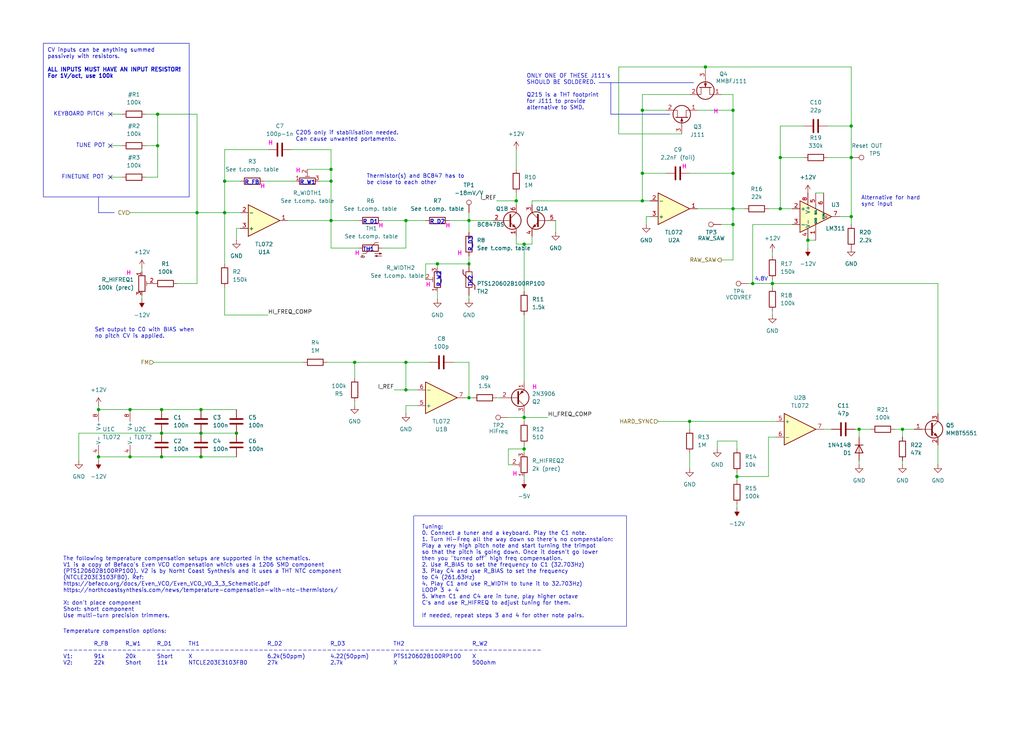
<source format=kicad_sch>
(kicad_sch (version 20250114) (generator "eeschema") (generator_version "9.0")
  (paper "User" 330 240)
  (lib_symbols
    (symbol "Amplifier_Operational:TL072" (pin_names (offset 0.127))
      (property "Reference" "U" (at 0 5.08 0))
      (property "Value" "TL072" (at 0 -5.08 0))
      (symbol "TL072_1_1"
        (pin input line (at -7.62 2.54 0) (length 2.54) (name "+") (number "3"))
        (pin input line (at -7.62 -2.54 0) (length 2.54) (name "-") (number "2"))
        (pin output line (at 7.62 0 180) (length 2.54) (name "~") (number "1"))
      )
      (symbol "TL072_2_1"
        (pin input line (at -7.62 2.54 0) (length 2.54) (name "+") (number "5"))
        (pin input line (at -7.62 -2.54 0) (length 2.54) (name "-") (number "6"))
        (pin output line (at 7.62 0 180) (length 2.54) (name "~") (number "7"))
      )
      (symbol "TL072_3_1"
        (pin power_in line (at -2.54 7.62 270) (length 3.81) (name "V+") (number "8"))
        (pin power_in line (at -2.54 -7.62 90) (length 3.81) (name "V-") (number "4"))
      )
    )
    (symbol "Comparator:LM311" (pin_names (offset 0.127))
      (property "Reference" "U" (at 3.81 6.35 0))
      (property "Value" "LM311" (at 3.81 3.81 0))
      (symbol "LM311_1_1"
        (pin input line (at -7.62 2.54 0) (length 2.54) (name "+") (number "2"))
        (pin input line (at -7.62 -2.54 0) (length 2.54) (name "-") (number "3"))
        (pin power_in line (at -2.54 7.62 270) (length 3.81) (name "V+") (number "8"))
        (pin power_in line (at -2.54 -7.62 90) (length 3.81) (name "V-") (number "4"))
        (pin input line (at 0 7.62 270) (length 5.08) (name "BAL") (number "5"))
        (pin passive line (at 0 -7.62 90) (length 5.08) (name "GND") (number "1"))
        (pin input line (at 2.54 7.62 270) (length 6.35) (name "STRB") (number "6"))
        (pin open_collector line (at 7.62 0 180) (length 2.54) (name "~") (number "7"))
      )
    )
    (symbol "Connector:TestPoint" (pin_numbers (hide yes)) (pin_names (offset 0.762) (hide yes))
      (property "Reference" "TP" (at 0 6.858 0))
      (property "Value" "TestPoint" (at 0 5.08 0))
      (symbol "TestPoint_1_1"
        (pin passive line (at 0 0 90) (length 2.54) (name "1") (number "1"))
      )
    )
    (symbol "Device:C" (pin_numbers (hide yes)) (pin_names (offset 0.254))
      (property "Reference" "C" (at 0.635 2.54 0))
      (property "Value" "C" (at 0.635 -2.54 0))
      (symbol "C_1_1"
        (pin passive line (at 0 3.81 270) (length 2.794) (name "~") (number "1"))
        (pin passive line (at 0 -3.81 90) (length 2.794) (name "~") (number "2"))
      )
    )
    (symbol "Device:D" (pin_numbers (hide yes)) (pin_names (offset 1.016) (hide yes))
      (property "Reference" "D" (at 0 2.54 0))
      (property "Value" "D" (at 0 -2.54 0))
      (symbol "D_1_1"
        (pin passive line (at -3.81 0 0) (length 2.54) (name "K") (number "1"))
        (pin passive line (at 3.81 0 180) (length 2.54) (name "A") (number "2"))
      )
    )
    (symbol "Device:R" (pin_numbers (hide yes)) (pin_names (offset 0))
      (property "Reference" "R" (at 2.032 0 90))
      (property "Value" "R" (at 0 0 90))
      (symbol "R_1_1"
        (pin passive line (at 0 3.81 270) (length 1.27) (name "~") (number "1"))
        (pin passive line (at 0 -3.81 90) (length 1.27) (name "~") (number "2"))
      )
    )
    (symbol "Device:R_Potentiometer_Trim" (pin_names (offset 1.016) (hide yes))
      (property "Reference" "RV" (at -4.445 0 90))
      (property "Value" "R_Potentiometer_Trim" (at -2.54 0 90))
      (symbol "R_Potentiometer_Trim_1_1"
        (pin passive line (at 0 3.81 270) (length 1.27) (name "1") (number "1"))
        (pin passive line (at 0 -3.81 90) (length 1.27) (name "3") (number "3"))
        (pin passive line (at 3.81 0 180) (length 1.27) (name "2") (number "2"))
      )
    )
    (symbol "Device:Thermistor" (pin_numbers (hide yes)) (pin_names (offset 0))
      (property "Reference" "TH" (at 2.54 1.27 90))
      (property "Value" "Thermistor" (at -2.54 0 90))
      (symbol "Thermistor_1_1"
        (pin passive line (at 0 5.08 270) (length 2.54) (name "~") (number "1"))
        (pin passive line (at 0 -5.08 90) (length 2.54) (name "~") (number "2"))
      )
    )
    (symbol "Device:Thermistor_NTC" (pin_numbers (hide yes)) (pin_names (offset 0))
      (property "Reference" "TH" (at -4.445 0 90))
      (property "Value" "Thermistor_NTC" (at 3.175 0 90))
      (symbol "Thermistor_NTC_1_1"
        (pin passive line (at 0 3.81 270) (length 1.27) (name "~") (number "1"))
        (pin passive line (at 0 -3.81 90) (length 1.27) (name "~") (number "2"))
      )
    )
    (symbol "Transistor_BJT:2N3906" (pin_names (offset 0) (hide yes))
      (property "Reference" "Q" (at 5.08 1.905 0))
      (property "Value" "2N3906" (at 5.08 0 0))
      (symbol "2N3906_1_1"
        (pin input line (at -5.08 0 0) (length 2.54) (name "B") (number "2"))
        (pin passive line (at 2.54 5.08 270) (length 2.54) (name "C") (number "3"))
        (pin passive line (at 2.54 -5.08 90) (length 2.54) (name "E") (number "1"))
      )
    )
    (symbol "Transistor_BJT:BC847BS" (pin_names (offset 0) (hide yes))
      (property "Reference" "Q" (at 5.08 1.27 0))
      (property "Value" "BC847BS" (at 5.08 -1.27 0))
      (symbol "BC847BS_1_1"
        (pin input line (at -5.08 0 0) (length 2.54) (name "B1") (number "2"))
        (pin passive line (at 2.54 5.08 270) (length 2.54) (name "C1") (number "6"))
        (pin passive line (at 2.54 -5.08 90) (length 2.54) (name "E1") (number "1"))
      )
      (symbol "BC847BS_2_1"
        (pin input line (at -5.08 0 0) (length 2.54) (name "B2") (number "5"))
        (pin passive line (at 2.54 5.08 270) (length 2.54) (name "C2") (number "3"))
        (pin passive line (at 2.54 -5.08 90) (length 2.54) (name "E2") (number "4"))
      )
    )
    (symbol "Transistor_BJT:MMBT5551L" (pin_names (offset 0) (hide yes))
      (property "Reference" "Q" (at 5.08 1.905 0))
      (property "Value" "MMBT5551L" (at 5.08 0 0))
      (symbol "MMBT5551L_1_1"
        (pin input line (at -5.08 0 0) (length 2.54) (name "B") (number "1"))
        (pin passive line (at 2.54 5.08 270) (length 2.54) (name "C") (number "3"))
        (pin passive line (at 2.54 -5.08 90) (length 2.54) (name "E") (number "2"))
      )
    )
    (symbol "Transistor_FET:MMBFJ111" (pin_names (hide yes))
      (property "Reference" "Q" (at 5.08 1.905 0))
      (property "Value" "MMBFJ111" (at 5.08 0 0))
      (symbol "MMBFJ111_1_1"
        (pin input line (at -5.08 0 0) (length 2.54) (name "G") (number "3"))
        (pin passive line (at 2.54 5.08 270) (length 2.54) (name "D") (number "1"))
        (pin passive line (at 2.54 -5.08 90) (length 2.54) (name "S") (number "2"))
      )
    )
    (symbol "power:+12V" (power) (pin_numbers (hide yes)) (pin_names (offset 0) (hide yes))
      (property "Value" "+12V" (at 0 3.556 0))
      (symbol "+12V_1_1"
        (pin power_in line (at 0 0 90) (length 0) (name "~") (number "1"))
      )
    )
    (symbol "power:-12V" (power) (pin_numbers (hide yes)) (pin_names (offset 0) (hide yes))
      (property "Value" "-12V" (at 0 3.556 0))
      (symbol "-12V_0_0"
        (pin power_in line (at 0 0 90) (length 0) (name "~") (number "1"))
      )
    )
    (symbol "power:-5V" (power) (pin_numbers (hide yes)) (pin_names (offset 0) (hide yes))
      (property "Value" "-5V" (at 0 3.556 0))
      (symbol "-5V_0_0"
        (pin power_in line (at 0 0 90) (length 0) (name "~") (number "1"))
      )
    )
    (symbol "power:GND" (power) (pin_numbers (hide yes)) (pin_names (offset 0) (hide yes))
      (property "Value" "GND" (at 0 -3.81 0))
      (symbol "GND_1_1"
        (pin power_in line (at 0 0 270) (length 0) (name "~") (number "1"))
      )
    )
  )
  (rectangle (start 133.35 166.37) (end 201.93 201.93) (fill (type color) (color 255 255 255 1)))
  (rectangle (start 13.97 13.97) (end 60.96 63.5))
  (text "ONLY ONE OF THESE J111's\nSHOULD BE SOLDERED.\n\nQ215 is a THT footprint\nfor J111 to provide \nalternative to SMD." (at 169.672 29.718 0) (effects (font (size 1.27 1.27)) (justify left)))
  (text "R_W2" (at 142.24 92.71 90) (effects (font (size 1.27 1.27) (thickness 0.254) (bold yes)) (justify left bottom)))
  (text "H" (at 219.71 54.61 0) (effects (font (size 1.27 1.27) (thickness 0.254) (bold yes)) (justify left bottom)))
  (text "TH2" (at 152.4 92.71 90) (effects (font (size 1.27 1.27) (thickness 0.254) (bold yes)) (justify left bottom)))
  (text "H" (at 147.32 82.55 0) (effects (font (size 1.27 1.27) (thickness 0.254) (bold yes)) (justify left bottom)))
  (text "Tuning:\n0. Connect a tuner and a keyboard. Play the C1 note. \n1. Turn Hi-Freq all the way down so there's no compenstaion:\nPlay a very high pitch note and start turning the trimpot\nso that the pitch is going down. Once it doesn't go lower\nthen you \"turned off\" high freq compensation.\n2. Use R_BIAS to set the frequency to C1 (32.703Hz)\n3. Play C4 and use R_BIAS to set the frequency \nto C4 (261.63Hz)\n4. Play C1 and use R_WIDTH to tune it to 32.703Hz)\nLOOP 3 + 4\n5. When C1 and C4 are in tune, play higher octave \nC's and use R_HIFREQ to adjust tuning for them.\n\nIf needed, repeat steps 3 and 4 for other note pairs." (at 135.89 199.39 0) (effects (font (size 1.27 1.27)) (justify left bottom)))
  (text "R_W1" (at 96.52 59.69 0) (effects (font (size 1.27 1.27) (thickness 0.254) (bold yes)) (justify left bottom)))
  (text "C205 only if stabilisation needed.\nCan cause unwanted portamento." (at 95.25 45.72 0) (effects (font (size 1.27 1.27)) (justify left bottom)))
  (text "Thermistor(s) and BC847 has to \nbe close to each other" (at 118.11 59.69 0) (effects (font (size 1.27 1.27)) (justify left bottom)))
  (text "ALL INPUTS MUST HAVE AN INPUT RESISTOR!\nFor 1V/oct, use 100k" (at 15.24 25.4 0) (effects (font (size 1.27 1.27) (thickness 0.254) (bold yes)) (justify left bottom)))
  (text "H" (at 121.92 73.66 0) (effects (font (size 1.27 1.27) (thickness 0.254) (bold yes)) (justify left bottom)))
  (text "Alternative for hard \nsync input" (at 277.495 66.675 0) (effects (font (size 1.27 1.27)) (justify left bottom)))
  (text "Temperature compenstion options:\n\n		R_FB	R_W1	R_D1	TH1					R_D2			R_D3			TH2					R_W2\n--------------------------------------------------------------------------------------------------\nV1: 	91k		20k		Short	X					6.2k(50ppm)		4.22(50ppm)		PTS120602B100RP100	X\nV2: 	22k		Short	11k		NTCLE203E3103FB0	27k				2.7k			X					500ohm\n" (at 20.32 214.63 0) (effects (font (size 1.27 1.27)) (justify left bottom)))
  (text "CV inputs can be anything summed \npassively with resistors.\n" (at 15.24 19.05 0) (effects (font (size 1.27 1.27) (thickness 0.1588)) (justify left bottom)))
  (text "KEYBOARD PITCH" (at 25.4 36.83 0) (effects (font (size 1.27 1.27))))
  (text "H" (at 143.51 73.66 0) (effects (font (size 1.27 1.27) (thickness 0.254) (bold yes)) (justify left bottom)))
  (text "H" (at 165.1 153.67 0) (effects (font (size 1.27 1.27) (thickness 0.254) (bold yes)) (justify left bottom)))
  (text "TUNE POT" (at 29.21 46.99 0) (effects (font (size 1.27 1.27))))
  (text "The following temperature compensation setups are supported in the schematics.\nV1 is a copy of Befaco's Even VCO compensation which uses a 1206 SMD component \n(PTS120602B100RP100). V2 is by Norht Coast Synthesis and it uses a THT NTC component \n(NTCLE203E3103FB0). Ref:\nhttps://befaco.org/docs/Even_VCO/Even_VCO_V0_3_3_Schematic.pdf\nhttps://northcoastsynthesis.com/news/temperature-compensation-with-ntc-thermistors/\n\nX: don't place component\nShort: short component\nUse multi-turn precision trimmers." (at 20.32 199.39 0) (effects (font (size 1.27 1.27)) (justify left bottom)))
  (text "TH1" (at 116.84 81.28 0) (effects (font (size 1.27 1.27) (thickness 0.254) (bold yes)) (justify left bottom)))
  (text "R_FB" (at 78.74 59.69 0) (effects (font (size 1.27 1.27) (thickness 0.254) (bold yes)) (justify left bottom)))
  (text "H" (at 95.25 55.88 0) (effects (font (size 1.27 1.27) (thickness 0.254) (bold yes)) (justify left bottom)))
  (text "H" (at 229.87 36.83 0) (effects (font (size 1.27 1.27) (thickness 0.254) (bold yes)) (justify left bottom)))
  (text "FINETUNE POT" (at 26.67 57.15 0) (effects (font (size 1.27 1.27))))
  (text "H" (at 40.64 88.9 0) (effects (font (size 1.27 1.27) (thickness 0.254) (bold yes)) (justify left bottom)))
  (text "R_D3" (at 152.4 81.28 90) (effects (font (size 1.27 1.27) (thickness 0.254) (bold yes)) (justify left bottom)))
  (text "R_D1" (at 116.84 72.39 0) (effects (font (size 1.27 1.27) (thickness 0.254) (bold yes)) (justify left bottom)))
  (text "Set output to C0 with BIAS when\nno pitch CV is applied." (at 30.48 109.22 0) (effects (font (size 1.27 1.27)) (justify left bottom)))
  (text "H" (at 114.3 82.55 0) (effects (font (size 1.27 1.27) (thickness 0.254) (bold yes)) (justify left bottom)))
  (text "R_D2" (at 138.43 72.39 0) (effects (font (size 1.27 1.27) (thickness 0.254) (bold yes)) (justify left bottom)))
  (text "H" (at 86.36 46.99 0) (effects (font (size 1.27 1.27) (thickness 0.254) (bold yes)) (justify left bottom)))
  (text "H" (at 83.82 60.96 0) (effects (font (size 1.27 1.27) (thickness 0.254) (bold yes)) (justify left bottom)))
  (text "H" (at 171.45 125.73 0) (effects (font (size 1.27 1.27) (thickness 0.254) (bold yes)) (justify left bottom)))
  (text "H" (at 137.16 92.71 0) (effects (font (size 1.27 1.27) (thickness 0.254) (bold yes)) (justify left bottom)))
  (text "4.8V" (at 243.205 90.805 0) (effects (font (size 1.27 1.27)) (justify left bottom)))
  (junction (at 76.2 139.7))
  (junction (at 168.91 134.62))
  (junction (at 41.91 147.32))
  (junction (at 52.07 132.08))
  (junction (at 130.81 125.73))
  (junction (at 151.13 85.09))
  (junction (at 236.22 55.88))
  (junction (at 52.07 139.7))
  (junction (at 168.91 144.78))
  (junction (at 31.75 132.08))
  (junction (at 166.37 64.77))
  (junction (at 276.86 138.43))
  (junction (at 236.22 67.31))
  (junction (at 64.77 147.32))
  (junction (at 31.75 147.32))
  (junction (at 248.92 91.44))
  (junction (at 237.49 153.67))
  (junction (at 63.5 68.58))
  (junction (at 106.68 58.42))
  (junction (at 274.32 40.64))
  (junction (at 168.91 78.74))
  (junction (at 227.33 21.59))
  (junction (at 242.57 91.44))
  (junction (at 236.22 35.56))
  (junction (at 106.68 54.61))
  (junction (at 64.77 132.08))
  (junction (at 222.25 135.89))
  (junction (at 151.13 71.12))
  (junction (at 290.83 138.43))
  (junction (at 207.01 55.88))
  (junction (at 207.01 35.56))
  (junction (at 130.81 71.12))
  (junction (at 130.81 116.84))
  (junction (at 274.32 69.85))
  (junction (at 72.39 58.42))
  (junction (at 50.8 36.83))
  (junction (at 50.8 46.99))
  (junction (at 236.22 72.39))
  (junction (at 64.77 139.7))
  (junction (at 72.39 68.58))
  (junction (at 106.68 71.12))
  (junction (at 52.07 147.32))
  (junction (at 140.97 85.09))
  (junction (at 274.32 50.8))
  (junction (at 207.01 64.77))
  (junction (at 251.46 67.31))
  (junction (at 151.13 128.27))
  (junction (at 260.35 77.47))
  (junction (at 41.91 132.08))
  (junction (at 251.46 50.8))
  (junction (at 114.3 116.84))
  (no_connect (at 35.56 36.83))
  (no_connect (at 35.56 46.99))
  (no_connect (at 35.56 57.15))
  (wire (pts (xy 212.09 135.89) (xy 222.25 135.89)))
  (wire (pts (xy 237.49 153.67) (xy 247.65 153.67)))
  (wire (pts (xy 248.92 81.28) (xy 248.92 82.55)))
  (wire (pts (xy 72.39 68.58) (xy 72.39 85.09)))
  (wire (pts (xy 290.83 138.43) (xy 290.83 140.97)))
  (wire (pts (xy 207.01 55.88) (xy 207.01 64.77)))
  (wire (pts (xy 50.8 57.15) (xy 46.99 57.15)))
  (wire (pts (xy 64.77 139.7) (xy 76.2 139.7)))
  (wire (pts (xy 138.43 116.84) (xy 130.81 116.84)))
  (wire (pts (xy 45.72 95.25) (xy 45.72 96.52)))
  (wire (pts (xy 171.45 66.04) (xy 171.45 64.77)))
  (wire (pts (xy 251.46 50.8) (xy 251.46 67.31)))
  (wire (pts (xy 151.13 116.84) (xy 151.13 128.27)))
  (wire (pts (xy 274.32 50.8) (xy 274.32 69.85)))
  (wire (pts (xy 236.22 72.39) (xy 236.22 83.82)))
  (wire (pts (xy 208.28 69.85) (xy 208.28 72.39)))
  (wire (pts (xy 231.14 142.24) (xy 237.49 142.24)))
  (wire (pts (xy 236.22 83.82) (xy 232.41 83.82)))
  (wire (pts (xy 72.39 101.6) (xy 72.39 92.71)))
  (wire (pts (xy 106.68 54.61) (xy 106.68 58.42)))
  (wire (pts (xy 165.1 149.86) (xy 163.83 149.86)))
  (wire (pts (xy 290.83 148.59) (xy 290.83 149.86)))
  (wire (pts (xy 63.5 68.58) (xy 63.5 91.44)))
  (wire (pts (xy 160.02 128.27) (xy 161.29 128.27)))
  (wire (pts (xy 106.68 48.26) (xy 106.68 54.61)))
  (wire (pts (xy 137.16 90.17) (xy 137.16 85.09)))
  (wire (pts (xy 106.68 80.01) (xy 106.68 71.12)))
  (wire (pts (xy 99.06 54.61) (xy 106.68 54.61)))
  (wire (pts (xy 31.75 147.32) (xy 31.75 148.59)))
  (wire (pts (xy 166.37 64.77) (xy 166.37 66.04)))
  (wire (pts (xy 130.81 130.81) (xy 130.81 133.35)))
  (wire (pts (xy 41.91 68.58) (xy 63.5 68.58)))
  (wire (pts (xy 50.8 46.99) (xy 50.8 57.15)))
  (wire (pts (xy 276.86 138.43) (xy 276.86 140.97)))
  (wire (pts (xy 163.83 144.78) (xy 168.91 144.78)))
  (wire (pts (xy 247.65 67.31) (xy 251.46 67.31)))
  (wire (pts (xy 92.71 71.12) (xy 106.68 71.12)))
  (wire (pts (xy 222.25 146.05) (xy 222.25 151.13)))
  (wire (pts (xy 209.55 69.85) (xy 208.28 69.85)))
  (wire (pts (xy 237.49 163.83) (xy 237.49 162.56)))
  (wire (pts (xy 151.13 68.58) (xy 151.13 71.12)))
  (wire (pts (xy 151.13 128.27) (xy 152.4 128.27)))
  (wire (pts (xy 266.7 40.64) (xy 274.32 40.64)))
  (wire (pts (xy 151.13 82.55) (xy 151.13 85.09)))
  (wire (pts (xy 236.22 30.48) (xy 236.22 35.56)))
  (wire (pts (xy 168.91 101.6) (xy 168.91 123.19)))
  (wire (pts (xy 63.5 36.83) (xy 63.5 68.58)))
  (wire (pts (xy 166.37 62.23) (xy 166.37 64.77)))
  (wire (pts (xy 151.13 71.12) (xy 158.75 71.12)))
  (wire (pts (xy 168.91 143.51) (xy 168.91 144.78)))
  (wire (pts (xy 72.39 48.26) (xy 72.39 58.42)))
  (wire (pts (xy 248.92 100.33) (xy 248.92 101.6)))
  (wire (pts (xy 72.39 68.58) (xy 77.47 68.58)))
  (wire (pts (xy 232.41 30.48) (xy 236.22 30.48)))
  (wire (pts (xy 76.2 73.66) (xy 76.2 77.47)))
  (wire (pts (xy 236.22 67.31) (xy 240.03 67.31)))
  (wire (pts (xy 114.3 130.81) (xy 114.3 129.54)))
  (wire (pts (xy 168.91 144.78) (xy 168.91 146.05)))
  (wire (pts (xy 85.09 58.42) (xy 95.25 58.42)))
  (wire (pts (xy 151.13 71.12) (xy 151.13 74.93)))
  (wire (pts (xy 207.01 35.56) (xy 214.63 35.56)))
  (wire (pts (xy 115.57 80.01) (xy 106.68 80.01)))
  (wire (pts (xy 166.37 78.74) (xy 168.91 78.74)))
  (wire (pts (xy 130.81 116.84) (xy 130.81 125.73)))
  (wire (pts (xy 130.81 71.12) (xy 137.16 71.12)))
  (wire (pts (xy 166.37 48.26) (xy 166.37 54.61)))
  (wire (pts (xy 45.72 86.36) (xy 45.72 87.63)))
  (wire (pts (xy 163.83 134.62) (xy 168.91 134.62)))
  (wire (pts (xy 242.57 72.39) (xy 242.57 91.44)))
  (wire (pts (xy 236.22 67.31) (xy 224.79 67.31)))
  (wire (pts (xy 302.26 143.51) (xy 302.26 149.86)))
  (wire (pts (xy 72.39 58.42) (xy 72.39 68.58)))
  (wire (pts (xy 168.91 153.67) (xy 168.91 154.94)))
  (wire (pts (xy 123.19 80.01) (xy 130.81 80.01)))
  (wire (pts (xy 25.4 148.59) (xy 25.4 139.7)))
  (wire (pts (xy 207.01 35.56) (xy 207.01 55.88)))
  (wire (pts (xy 302.26 91.44) (xy 302.26 133.35)))
  (wire (pts (xy 232.41 72.39) (xy 236.22 72.39)))
  (wire (pts (xy 106.68 71.12) (xy 115.57 71.12)))
  (wire (pts (xy 237.49 153.67) (xy 237.49 154.94)))
  (wire (pts (xy 219.71 43.18) (xy 199.39 43.18)))
  (wire (pts (xy 242.57 72.39) (xy 255.27 72.39)))
  (wire (pts (xy 260.35 77.47) (xy 262.89 77.47)))
  (wire (pts (xy 251.46 40.64) (xy 251.46 50.8)))
  (wire (pts (xy 123.19 71.12) (xy 130.81 71.12)))
  (wire (pts (xy 151.13 95.25) (xy 151.13 96.52)))
  (wire (pts (xy 105.41 116.84) (xy 114.3 116.84)))
  (wire (pts (xy 86.36 48.26) (xy 72.39 48.26)))
  (wire (pts (xy 130.81 125.73) (xy 134.62 125.73)))
  (wire (pts (xy 140.97 85.09) (xy 151.13 85.09)))
  (wire (pts (xy 227.33 21.59) (xy 274.32 21.59)))
  (wire (pts (xy 274.32 40.64) (xy 274.32 50.8)))
  (wire (pts (xy 267.97 138.43) (xy 265.43 138.43)))
  (wire (pts (xy 127 125.73) (xy 130.81 125.73)))
  (wire (pts (xy 63.5 68.58) (xy 72.39 68.58)))
  (wire (pts (xy 114.3 116.84) (xy 130.81 116.84)))
  (wire (pts (xy 130.81 80.01) (xy 130.81 71.12)))
  (wire (pts (xy 222.25 55.88) (xy 236.22 55.88)))
  (wire (pts (xy 50.8 36.83) (xy 50.8 46.99)))
  (wire (pts (xy 168.91 134.62) (xy 176.53 134.62)))
  (wire (pts (xy 64.77 147.32) (xy 76.2 147.32)))
  (wire (pts (xy 224.79 35.56) (xy 236.22 35.56)))
  (polyline (pts (xy 196.85 26.67) (xy 196.85 36.83)))
  (wire (pts (xy 168.91 78.74) (xy 171.45 78.74)))
  (wire (pts (xy 168.91 133.35) (xy 168.91 134.62)))
  (wire (pts (xy 163.83 149.86) (xy 163.83 144.78)))
  (wire (pts (xy 57.15 91.44) (xy 63.5 91.44)))
  (wire (pts (xy 248.92 91.44) (xy 302.26 91.44)))
  (wire (pts (xy 52.07 139.7) (xy 64.77 139.7)))
  (wire (pts (xy 236.22 35.56) (xy 236.22 55.88)))
  (wire (pts (xy 275.59 138.43) (xy 276.86 138.43)))
  (wire (pts (xy 25.4 139.7) (xy 52.07 139.7)))
  (wire (pts (xy 199.39 21.59) (xy 227.33 21.59)))
  (wire (pts (xy 171.45 76.2) (xy 171.45 78.74)))
  (wire (pts (xy 50.8 36.83) (xy 63.5 36.83)))
  (wire (pts (xy 242.57 91.44) (xy 248.92 91.44)))
  (wire (pts (xy 35.56 57.15) (xy 39.37 57.15)))
  (wire (pts (xy 247.65 140.97) (xy 250.19 140.97)))
  (wire (pts (xy 236.22 55.88) (xy 236.22 67.31)))
  (wire (pts (xy 140.97 93.98) (xy 140.97 96.52)))
  (wire (pts (xy 41.91 147.32) (xy 52.07 147.32)))
  (wire (pts (xy 207.01 64.77) (xy 209.55 64.77)))
  (wire (pts (xy 241.3 91.44) (xy 242.57 91.44)))
  (wire (pts (xy 77.47 58.42) (xy 72.39 58.42)))
  (wire (pts (xy 64.77 132.08) (xy 76.2 132.08)))
  (wire (pts (xy 46.99 36.83) (xy 50.8 36.83)))
  (wire (pts (xy 31.75 147.32) (xy 41.91 147.32)))
  (wire (pts (xy 259.08 40.64) (xy 251.46 40.64)))
  (wire (pts (xy 276.86 149.86) (xy 276.86 148.59)))
  (wire (pts (xy 140.97 85.09) (xy 140.97 86.36)))
  (wire (pts (xy 259.08 50.8) (xy 251.46 50.8)))
  (wire (pts (xy 237.49 152.4) (xy 237.49 153.67)))
  (wire (pts (xy 288.29 138.43) (xy 290.83 138.43)))
  (wire (pts (xy 171.45 64.77) (xy 207.01 64.77)))
  (wire (pts (xy 274.32 69.85) (xy 270.51 69.85)))
  (wire (pts (xy 231.14 144.78) (xy 231.14 142.24)))
  (wire (pts (xy 236.22 67.31) (xy 236.22 72.39)))
  (wire (pts (xy 248.92 92.71) (xy 248.92 91.44)))
  (wire (pts (xy 207.01 30.48) (xy 207.01 35.56)))
  (wire (pts (xy 46.99 46.99) (xy 50.8 46.99)))
  (polyline (pts (xy 193.04 26.67) (xy 223.52 26.67)))
  (wire (pts (xy 106.68 58.42) (xy 102.87 58.42)))
  (wire (pts (xy 222.25 135.89) (xy 250.19 135.89)))
  (wire (pts (xy 290.83 138.43) (xy 294.64 138.43)))
  (wire (pts (xy 146.05 116.84) (xy 151.13 116.84)))
  (wire (pts (xy 166.37 76.2) (xy 166.37 78.74)))
  (wire (pts (xy 179.07 71.12) (xy 179.07 74.93)))
  (wire (pts (xy 106.68 71.12) (xy 106.68 58.42)))
  (wire (pts (xy 35.56 36.83) (xy 39.37 36.83)))
  (wire (pts (xy 31.75 132.08) (xy 41.91 132.08)))
  (wire (pts (xy 35.56 46.99) (xy 39.37 46.99)))
  (wire (pts (xy 41.91 132.08) (xy 52.07 132.08)))
  (polyline (pts (xy 31.75 63.5) (xy 31.75 68.58)))
  (wire (pts (xy 134.62 130.81) (xy 130.81 130.81)))
  (wire (pts (xy 222.25 135.89) (xy 222.25 138.43)))
  (wire (pts (xy 237.49 142.24) (xy 237.49 144.78)))
  (wire (pts (xy 199.39 43.18) (xy 199.39 21.59)))
  (wire (pts (xy 77.47 73.66) (xy 76.2 73.66)))
  (wire (pts (xy 260.35 80.01) (xy 260.35 77.47)))
  (wire (pts (xy 149.86 128.27) (xy 151.13 128.27)))
  (wire (pts (xy 248.92 90.17) (xy 248.92 91.44)))
  (wire (pts (xy 251.46 67.31) (xy 255.27 67.31)))
  (wire (pts (xy 266.7 50.8) (xy 274.32 50.8)))
  (wire (pts (xy 137.16 85.09) (xy 140.97 85.09)))
  (wire (pts (xy 114.3 116.84) (xy 114.3 121.92)))
  (wire (pts (xy 168.91 78.74) (xy 168.91 93.98)))
  (wire (pts (xy 31.75 130.81) (xy 31.75 132.08)))
  (wire (pts (xy 144.78 71.12) (xy 151.13 71.12)))
  (wire (pts (xy 247.65 153.67) (xy 247.65 140.97)))
  (wire (pts (xy 86.36 101.6) (xy 72.39 101.6)))
  (wire (pts (xy 227.33 21.59) (xy 227.33 22.86)))
  (polyline (pts (xy 36.83 68.58) (xy 31.75 68.58)))
  (wire (pts (xy 214.63 55.88) (xy 207.01 55.88)))
  (wire (pts (xy 168.91 134.62) (xy 168.91 135.89)))
  (wire (pts (xy 262.89 62.23) (xy 265.43 62.23)))
  (wire (pts (xy 52.07 147.32) (xy 64.77 147.32)))
  (wire (pts (xy 276.86 138.43) (xy 280.67 138.43)))
  (wire (pts (xy 207.01 30.48) (xy 222.25 30.48)))
  (wire (pts (xy 49.53 116.84) (xy 97.79 116.84)))
  (wire (pts (xy 160.02 64.77) (xy 166.37 64.77)))
  (wire (pts (xy 52.07 132.08) (xy 64.77 132.08)))
  (wire (pts (xy 93.98 48.26) (xy 106.68 48.26)))
  (wire (pts (xy 274.32 69.85) (xy 274.32 72.39)))
  (polyline (pts (xy 196.85 36.83) (xy 215.9 36.83)))
  (wire (pts (xy 274.32 40.64) (xy 274.32 21.59)))
  (label "I_REF" (at 160.02 64.77 180))
  (label "HI_FREQ_COMP" (at 86.36 101.6 0))
  (label "HI_FREQ_COMP" (at 176.53 134.62 0))
  (label "I_REF" (at 127 125.73 180))
  (hierarchical_label "RAW_SAW" (shape output) (at 232.41 83.82 180))
  (hierarchical_label "HARD_SYNC" (shape input) (at 212.09 135.89 180))
  (hierarchical_label "FM" (shape input) (at 49.53 116.84 180))
  (hierarchical_label "CV" (shape input) (at 41.91 68.58 180))
  (symbol (lib_id "Device:C") (at 52.07 135.89 0) (unit 1)
    (property "Reference" "C1" (at 55.88 134.62 0) (effects (justify left)))
    (property "Value" "100n" (at 55.88 137.16 0) (effects (justify left)))
    (property "Footprint" "Capacitor_SMD:C_0603_1608Metric" (effects (hide yes)))
    (property "LCSC" "C14663" (effects (hide yes)))
  )
  (symbol (lib_id "power:+12V") (at 45.72 86.36 0) (unit 1)
    (property "Reference" "#PWR04" (effects (hide yes)))
    (property "Value" "+12V" (at 45.72 81.28 0))
    (property "Description" "Power symbol creates a global label with name \"+12V\"" (effects (hide yes)))
  )
  (symbol (lib_id "Transistor_BJT:MMBT5551L") (at 299.72 138.43 0) (unit 1)
    (property "Reference" "Q5" (at 304.8 137.1599 0) (effects (justify left)))
    (property "Value" "MMBT5551" (at 304.8 139.6999 0) (effects (justify left)))
    (property "Footprint" "Package_TO_SOT_SMD:SOT-23" (effects (hide yes)))
    (property "Datasheet" "www.onsemi.com/pub/Collateral/MMBT5550LT1-D.PDF" (effects (hide yes)))
    (property "Description" "0.6A Ic, 160V Vce, NPN Transistor, SOT-23" (effects (hide yes)))
    (property "LCSC" "C2145" (effects (hide yes)))
  )
  (symbol (lib_id "Device:R") (at 140.97 71.12 90) (unit 1) (in_bom no)
    (property "Reference" "R7" (at 140.97 64.77 90))
    (property "Value" "See t.comp. table" (at 140.97 67.31 90))
    (property "Footprint" "Shmoergh_Custom_Footprints:R_Axial_DIN0207_L6.3mm_D2.5mm_P7.62mm_Horizontal" (effects (hide yes)))
    (property "Hestore" "https://www.hestore.hu/prod_10020536.html" (effects (hide yes)))
  )
  (symbol (lib_id "Device:C") (at 52.07 143.51 0) (unit 1)
    (property "Reference" "C2" (at 55.88 142.24 0) (effects (justify left)))
    (property "Value" "100n" (at 55.88 144.78 0) (effects (justify left)))
    (property "Footprint" "Capacitor_SMD:C_0603_1608Metric" (effects (hide yes)))
    (property "LCSC" "C14663" (effects (hide yes)))
  )
  (symbol (lib_id "Connector:TestPoint") (at 274.32 50.8 270) (unit 1) (in_bom no)
    (property "Reference" "TP5" (at 281.94 49.53 90))
    (property "Value" "Reset OUT" (at 279.4 46.99 90))
    (property "Footprint" "TestPoint:TestPoint_THTPad_2.0x2.0mm_Drill1.0mm" (effects (hide yes)))
  )
  (symbol (lib_id "power:GND") (at 25.4 148.59 0) (unit 1)
    (property "Reference" "#PWR01" (effects (hide yes)))
    (property "Value" "GND" (at 25.4 153.67 0))
    (property "Description" "Power symbol creates a global label with name \"GND\" , ground" (effects (hide yes)))
  )
  (symbol (lib_id "Device:C") (at 271.78 138.43 90) (unit 1)
    (property "Reference" "C11" (at 271.78 130.81 90))
    (property "Value" "47p" (at 271.78 133.35 90))
    (property "Footprint" "Capacitor_SMD:C_0603_1608Metric" (effects (hide yes)))
    (property "LCSC" "C1671" (effects (hide yes)))
  )
  (symbol (lib_id "Device:C") (at 64.77 135.89 0) (unit 1)
    (property "Reference" "C3" (at 68.58 134.62 0) (effects (justify left)))
    (property "Value" "100n" (at 68.58 137.16 0) (effects (justify left)))
    (property "Footprint" "Capacitor_SMD:C_0603_1608Metric" (effects (hide yes)))
    (property "LCSC" "C14663" (effects (hide yes)))
  )
  (symbol (lib_id "Transistor_BJT:BC847BS") (at 173.99 71.12 0) (mirror y) (unit 2)
    (property "Reference" "Q1" (at 163.83 67.31 0) (effects (justify left)))
    (property "Value" "BC847BS" (at 162.56 72.39 0) (effects (justify left)))
    (property "Footprint" "Package_TO_SOT_SMD:SOT-363_SC-70-6" (effects (hide yes)))
    (property "Datasheet" "https://assets.nexperia.com/documents/data-sheet/BC847BS.pdf" (effects (hide yes)))
    (property "Description" "100mA IC, 45V Vce, Dual NPN/NPN Transistors, SOT-363" (effects (hide yes)))
  )
  (symbol (lib_id "power:GND") (at 151.13 96.52 0) (unit 1)
    (property "Reference" "#PWR010" (effects (hide yes)))
    (property "Value" "GND" (at 151.13 101.6 0))
    (property "Description" "Power symbol creates a global label with name \"GND\" , ground" (effects (hide yes)))
  )
  (symbol (lib_id "Device:R") (at 248.92 86.36 180) (unit 1)
    (property "Reference" "R17" (at 251.46 85.09 0) (effects (justify right)))
    (property "Value" "150k" (at 251.46 87.63 0) (effects (justify right)))
    (property "Footprint" "Resistor_SMD:R_0603_1608Metric" (effects (hide yes)))
    (property "LCSC" "C22807" (effects (hide yes)))
  )
  (symbol (lib_id "power:GND") (at 179.07 74.93 0) (unit 1)
    (property "Reference" "#PWR013" (effects (hide yes)))
    (property "Value" "GND" (at 179.07 80.01 0))
    (property "Description" "Power symbol creates a global label with name \"GND\" , ground" (effects (hide yes)))
  )
  (symbol (lib_id "Device:R") (at 243.84 67.31 90) (unit 1)
    (property "Reference" "R16" (at 243.84 60.96 90))
    (property "Value" "22k" (at 243.84 63.5 90))
    (property "Footprint" "Resistor_SMD:R_0603_1608Metric" (effects (hide yes)))
    (property "LCSC" "C31850" (effects (hide yes)))
  )
  (symbol (lib_id "Device:R_Potentiometer_Trim") (at 168.91 149.86 180) (unit 1) (in_bom no)
    (property "Reference" "R_HIFREQ2" (at 171.45 148.59 0) (effects (justify right)))
    (property "Value" "2k (prec)" (at 171.45 151.13 0) (effects (justify right)))
    (property "Footprint" "Potentiometer_THT:Potentiometer_Bourns_3006P_Horizontal" (effects (hide yes)))
    (property "Arwill" "https://arwill.hu/termekek/passziv-alkatreszek/trimmer-potmeterek/7401/2-2k-helitrimmer-potmeter-198436/" (effects (hide yes)))
  )
  (symbol (lib_id "Device:R") (at 114.3 125.73 180) (unit 1)
    (property "Reference" "R5" (at 109.22 127 0))
    (property "Value" "100k" (at 109.22 124.46 0))
    (property "Footprint" "Resistor_SMD:R_0603_1608Metric" (effects (hide yes)))
    (property "LCSC" "C25803" (effects (hide yes)))
  )
  (symbol (lib_id "Device:R_Potentiometer_Trim") (at 99.06 58.42 90) (unit 1) (in_bom no)
    (property "Reference" "R_WIDTH1" (at 99.06 62.23 90))
    (property "Value" "See t.comp. table" (at 99.06 64.77 90))
    (property "Footprint" "Potentiometer_THT:Potentiometer_Bourns_3006P_Horizontal" (effects (hide yes)))
    (property "Arwill" "https://arwill.hu/termekek/passziv-alkatreszek/trimmer-potmeterek/7401/20k-helitrimmer-potmeter-850118/" (effects (hide yes)))
  )
  (symbol (lib_id "Device:R_Potentiometer_Trim") (at 45.72 91.44 0) (unit 1) (in_bom no)
    (property "Reference" "R_HIFREQ1" (at 43.18 90.17 0) (effects (justify right)))
    (property "Value" "100k (prec)" (at 43.18 92.71 0) (effects (justify right)))
    (property "Footprint" "Potentiometer_THT:Potentiometer_Bourns_3006P_Horizontal" (effects (hide yes)))
    (property "Arwill" "https://arwill.hu/termekek/passziv-alkatreszek/trimmer-potmeterek/7401/2-2k-helitrimmer-potmeter-198436/" (effects (hide yes)))
  )
  (symbol (lib_id "Device:R") (at 151.13 78.74 0) (unit 1) (in_bom no)
    (property "Reference" "R8" (at 153.67 77.47 0) (effects (justify left)))
    (property "Value" "See t.comp. table" (at 153.67 80.01 0) (effects (justify left)))
    (property "Footprint" "Shmoergh_Custom_Footprints:R_Axial_DIN0207_L6.3mm_D2.5mm_P7.62mm_Horizontal" (effects (hide yes)))
    (property "Hestore" "https://www.hestore.hu/prod_10034264.html" (effects (hide yes)))
    (property "Mouser" "https://hu.mouser.com/ProductDetail/YAGEO/MFR50SFTE52-4R22?qs=UFD7vfw3J8rJKelB1vtMtA%3D%3D" (effects (hide yes)))
  )
  (symbol (lib_id "Amplifier_Operational:TL072") (at 44.45 139.7 0) (unit 3)
    (property "Reference" "U2" (at 43.18 138.43 0) (effects (justify left)))
    (property "Value" "TL072" (at 43.18 140.97 0) (effects (justify left)))
    (property "Footprint" "Package_SO:SOIC-8_3.9x4.9mm_P1.27mm" (effects (hide yes)))
    (property "Datasheet" "http://www.ti.com/lit/ds/symlink/tl071.pdf" (effects (hide yes)))
    (property "LCSC" "C6961" (effects (hide yes)))
  )
  (symbol (lib_id "Device:R") (at 237.49 148.59 0) (unit 1)
    (property "Reference" "R14" (at 240.03 147.32 0) (effects (justify left)))
    (property "Value" "10k" (at 240.03 149.86 0) (effects (justify left)))
    (property "Footprint" "Resistor_SMD:R_0603_1608Metric" (effects (hide yes)))
    (property "LCSC" "C25804" (effects (hide yes)))
  )
  (symbol (lib_id "Device:R") (at 168.91 139.7 0) (unit 1)
    (property "Reference" "R12" (at 171.45 138.43 0) (effects (justify left)))
    (property "Value" "510" (at 171.45 140.97 0) (effects (justify left)))
    (property "Footprint" "Resistor_SMD:R_0603_1608Metric" (effects (hide yes)))
    (property "LCSC" "C23193" (effects (hide yes)))
  )
  (symbol (lib_id "power:-12V") (at 31.75 148.59 180) (unit 1)
    (property "Reference" "#PWR03" (effects (hide yes)))
    (property "Value" "-12V" (at 31.75 153.67 0))
    (property "Description" "Power symbol creates a global label with name \"-12V\"" (effects (hide yes)))
  )
  (symbol (lib_id "Device:R") (at 81.28 58.42 90) (unit 1) (in_bom no)
    (property "Reference" "R3" (at 81.28 52.07 90))
    (property "Value" "See t.comp. table" (at 81.28 54.61 90))
    (property "Footprint" "Shmoergh_Custom_Footprints:R_Axial_DIN0207_L6.3mm_D2.5mm_P7.62mm_Horizontal" (effects (hide yes)))
    (property "Hestore" "https://www.hestore.hu/prod_10020570.html" (effects (hide yes)))
  )
  (symbol (lib_id "Connector:TestPoint") (at 163.83 134.62 90) (unit 1) (in_bom no)
    (property "Reference" "TP2" (at 160.655 137.16 90))
    (property "Value" "HiFreq" (at 160.655 139.065 90))
    (property "Footprint" "TestPoint:TestPoint_THTPad_2.0x2.0mm_Drill1.0mm" (effects (hide yes)))
  )
  (symbol (lib_id "power:+12V") (at 166.37 48.26 0) (unit 1)
    (property "Reference" "#PWR011" (effects (hide yes)))
    (property "Value" "+12V" (at 166.37 43.18 0))
    (property "Description" "Power symbol creates a global label with name \"+12V\"" (effects (hide yes)))
  )
  (symbol (lib_id "power:-12V") (at 237.49 163.83 180) (unit 1)
    (property "Reference" "#PWR017" (effects (hide yes)))
    (property "Value" "-12V" (at 237.49 168.91 0))
    (property "Description" "Power symbol creates a global label with name \"-12V\"" (effects (hide yes)))
  )
  (symbol (lib_id "power:-12V") (at 260.35 80.01 180) (unit 1)
    (property "Reference" "#PWR021" (effects (hide yes)))
    (property "Value" "-12V" (at 260.35 85.09 0))
    (property "Description" "Power symbol creates a global label with name \"-12V\"" (effects (hide yes)))
  )
  (symbol (lib_id "Device:C") (at 142.24 116.84 90) (unit 1)
    (property "Reference" "C8" (at 142.24 109.22 90))
    (property "Value" "100p" (at 142.24 111.76 90))
    (property "Footprint" "Capacitor_SMD:C_0603_1608Metric" (effects (hide yes)))
    (property "LCSC" "C14858" (effects (hide yes)))
  )
  (symbol (lib_id "power:+12V") (at 31.75 130.81 0) (unit 1)
    (property "Reference" "#PWR02" (effects (hide yes)))
    (property "Value" "+12V" (at 31.75 125.73 0))
    (property "Description" "Power symbol creates a global label with name \"+12V\"" (effects (hide yes)))
  )
  (symbol (lib_id "Device:C") (at 218.44 55.88 90) (unit 1) (in_bom no)
    (property "Reference" "C9" (at 218.44 48.26 90))
    (property "Value" "2.2nF (foil)" (at 218.44 50.8 90))
    (property "Footprint" "Capacitor_THT:C_Rect_L7.2mm_W2.5mm_P5.00mm_FKS2_FKP2_MKS2_MKP2" (effects (hide yes)))
    (property "Hestore" "https://www.hestore.hu/prod_10022498.html" (effects (hide yes)))
  )
  (symbol (lib_id "Amplifier_Operational:TL072") (at 217.17 67.31 0) (mirror x) (unit 1)
    (property "Reference" "U2" (at 217.17 77.47 0))
    (property "Value" "TL072" (at 217.17 74.93 0))
    (property "Footprint" "Package_SO:SOIC-8_3.9x4.9mm_P1.27mm" (effects (hide yes)))
    (property "Datasheet" "http://www.ti.com/lit/ds/symlink/tl071.pdf" (effects (hide yes)))
    (property "LCSC" "C6961" (effects (hide yes)))
  )
  (symbol (lib_id "Amplifier_Operational:TL072") (at 85.09 71.12 0) (mirror x) (unit 1)
    (property "Reference" "U1" (at 85.09 81.28 0))
    (property "Value" "TL072" (at 85.09 78.74 0))
    (property "Footprint" "Package_SO:SOIC-8_3.9x4.9mm_P1.27mm" (effects (hide yes)))
    (property "Datasheet" "http://www.ti.com/lit/ds/symlink/tl071.pdf" (effects (hide yes)))
    (property "LCSC" "C6961" (effects (hide yes)))
  )
  (symbol (lib_id "Connector:TestPoint") (at 241.3 91.44 90) (unit 1) (in_bom no)
    (property "Reference" "TP4" (at 238.125 93.98 90))
    (property "Value" "VCOVREF" (at 238.125 95.885 90))
    (property "Footprint" "TestPoint:TestPoint_THTPad_2.0x2.0mm_Drill1.0mm" (effects (hide yes)))
  )
  (symbol (lib_id "Device:R") (at 274.32 76.2 0) (unit 1)
    (property "Reference" "R20" (at 276.86 74.93 0) (effects (justify left)))
    (property "Value" "2.2k" (at 276.86 77.47 0) (effects (justify left)))
    (property "Footprint" "Resistor_SMD:R_0603_1608Metric" (effects (hide yes)))
    (property "LCSC" "C4190" (effects (hide yes)))
  )
  (symbol (lib_id "Device:R") (at 43.18 36.83 90) (unit 1)
    (property "Reference" "#R1" (at 43.18 30.48 90))
    (property "Value" "100k" (at 43.18 33.02 90))
    (property "Description" "Resistor" (effects (hide yes)))
  )
  (symbol (lib_id "Comparator:LM311") (at 262.89 69.85 0) (unit 1)
    (property "Reference" "U3" (at 269.24 66.04 0))
    (property "Value" "LM311" (at 269.24 73.66 0))
    (property "Footprint" "Package_SO:SOIC-8_3.9x4.9mm_P1.27mm" (effects (hide yes)))
    (property "Datasheet" "https://www.st.com/resource/en/datasheet/lm311.pdf" (effects (hide yes)))
    (property "LCSC" "C12597" (effects (hide yes)))
  )
  (symbol (lib_id "Device:Thermistor") (at 151.13 90.17 0) (unit 1) (in_bom no)
    (property "Reference" "TH2" (at 153.67 93.98 0) (effects (justify left)))
    (property "Value" "PTS120602B100RP100" (at 153.67 91.44 0) (effects (justify left)))
    (property "Footprint" "Resistor_SMD:R_1206_3216Metric_Pad1.30x1.75mm_HandSolder" (effects (hide yes)))
    (property "Mouser" "https://hu.mouser.com/ProductDetail/594-PTS120601B100RP" (effects (hide yes)))
  )
  (symbol (lib_id "Transistor_BJT:2N3906") (at 166.37 128.27 0) (mirror x) (unit 1)
    (property "Reference" "Q2" (at 171.45 129.54 0) (effects (justify left)))
    (property "Value" "2N3906" (at 171.45 127 0) (effects (justify left)))
    (property "Footprint" "Package_TO_SOT_THT:TO-92_Inline" (effects (hide yes)))
    (property "Datasheet" "https://www.onsemi.com/pub/Collateral/2N3906-D.PDF" (effects (hide yes)))
    (property "Description" "-0.2A Ic, -40V Vce, Small Signal PNP Transistor, TO-92" (effects (hide yes)))
  )
  (symbol (lib_id "power:GND") (at 76.2 77.47 0) (unit 1)
    (property "Reference" "#PWR06" (effects (hide yes)))
    (property "Value" "GND" (at 76.2 82.55 0))
    (property "Description" "Power symbol creates a global label with name \"GND\" , ground" (effects (hide yes)))
  )
  (symbol (lib_id "power:GND") (at 222.25 151.13 0) (unit 1)
    (property "Reference" "#PWR015" (effects (hide yes)))
    (property "Value" "GND" (at 222.25 156.21 0))
    (property "Description" "Power symbol creates a global label with name \"GND\" , ground" (effects (hide yes)))
  )
  (symbol (lib_id "Connector:TestPoint") (at 151.13 68.58 0) (unit 1) (in_bom no)
    (property "Reference" "TP1" (at 151.13 59.69 0))
    (property "Value" "-18mV/V" (at 151.13 62.23 0))
    (property "Footprint" "TestPoint:TestPoint_THTPad_2.0x2.0mm_Drill1.0mm" (effects (hide yes)))
  )
  (symbol (lib_id "power:GND") (at 231.14 144.78 0) (unit 1)
    (property "Reference" "#PWR016" (effects (hide yes)))
    (property "Value" "GND" (at 231.14 149.86 0))
    (property "Description" "Power symbol creates a global label with name \"GND\" , ground" (effects (hide yes)))
  )
  (symbol (lib_id "Device:R") (at 284.48 138.43 90) (unit 1)
    (property "Reference" "R21" (at 284.48 132.08 90))
    (property "Value" "100k" (at 284.48 134.62 90))
    (property "Footprint" "Resistor_SMD:R_0603_1608Metric" (effects (hide yes)))
    (property "LCSC" "C25803" (effects (hide yes)))
  )
  (symbol (lib_id "Device:R_Potentiometer_Trim") (at 140.97 90.17 180) (unit 1) (in_bom no)
    (property "Reference" "R_WIDTH2" (at 124.46 86.36 0) (effects (justify right)))
    (property "Value" "See t.comp. table" (at 119.38 88.9 0) (effects (justify right)))
    (property "Footprint" "Potentiometer_THT:Potentiometer_Bourns_3006P_Horizontal" (effects (hide yes)))
    (property "Arwill" "https://arwill.hu/termekek/passziv-alkatreszek/trimmer-potmeterek/7401/20k-helitrimmer-potmeter-850118/" (effects (hide yes)))
  )
  (symbol (lib_id "Transistor_FET:MMBFJ111") (at 219.71 38.1 270) (mirror x) (unit 1) (in_bom no)
    (property "Reference" "Q3" (at 224.79 40.894 90))
    (property "Value" "J111" (at 224.79 43.434 90))
    (property "Footprint" "Package_TO_SOT_THT:TO-92_Inline_Wide" (effects (hide yes)))
    (property "Mouser" "512-J111" (effects (hide yes)))
  )
  (symbol (lib_id "Device:R") (at 119.38 71.12 90) (unit 1) (in_bom no)
    (property "Reference" "R6" (at 119.38 64.77 90))
    (property "Value" "See t.comp. table" (at 119.38 67.31 90))
    (property "Footprint" "Shmoergh_Custom_Footprints:R_Axial_DIN0207_L6.3mm_D2.5mm_P7.62mm_Horizontal" (effects (hide yes)))
    (property "Hestore" "https://www.hestore.hu/prod_10020536.html" (effects (hide yes)))
  )
  (symbol (lib_id "power:GND") (at 208.28 72.39 0) (unit 1)
    (property "Reference" "#PWR014" (effects (hide yes)))
    (property "Value" "GND" (at 208.28 77.47 0))
    (property "Description" "Power symbol creates a global label with name \"GND\" , ground" (effects (hide yes)))
  )
  (symbol (lib_id "Device:R") (at 53.34 91.44 90) (unit 1)
    (property "Reference" "R1" (at 53.34 85.09 90))
    (property "Value" "100k" (at 53.34 87.63 90))
    (property "Footprint" "Resistor_SMD:R_0603_1608Metric" (effects (hide yes)))
    (property "LCSC" "C25803" (effects (hide yes)))
  )
  (symbol (lib_id "power:-12V") (at 45.72 96.52 180) (unit 1)
    (property "Reference" "#PWR05" (effects (hide yes)))
    (property "Value" "-12V" (at 45.72 101.6 0))
    (property "Description" "Power symbol creates a global label with name \"-12V\"" (effects (hide yes)))
  )
  (symbol (lib_id "power:GND") (at 290.83 149.86 0) (unit 1)
    (property "Reference" "#PWR024" (effects (hide yes)))
    (property "Value" "GND" (at 290.83 154.94 0))
    (property "Description" "Power symbol creates a global label with name \"GND\" , ground" (effects (hide yes)))
  )
  (symbol (lib_id "Amplifier_Operational:TL072") (at 34.29 139.7 0) (unit 3)
    (property "Reference" "U1" (at 33.02 138.43 0) (effects (justify left)))
    (property "Value" "TL072" (at 33.02 140.97 0) (effects (justify left)))
    (property "Footprint" "Package_SO:SOIC-8_3.9x4.9mm_P1.27mm" (effects (hide yes)))
    (property "Datasheet" "http://www.ti.com/lit/ds/symlink/tl071.pdf" (effects (hide yes)))
    (property "LCSC" "C6961" (effects (hide yes)))
  )
  (symbol (lib_id "Transistor_BJT:BC847BS") (at 163.83 71.12 0) (unit 1)
    (property "Reference" "Q1" (at 172.72 67.31 0) (effects (justify left)))
    (property "Value" "BC847BS" (effects (hide yes)))
    (property "Footprint" "Package_TO_SOT_SMD:SOT-363_SC-70-6" (effects (hide yes)))
    (property "Datasheet" "https://assets.nexperia.com/documents/data-sheet/BC847BS.pdf" (effects (hide yes)))
    (property "Description" "100mA IC, 45V Vce, Dual NPN/NPN Transistors, SOT-363" (effects (hide yes)))
  )
  (symbol (lib_id "power:+12V") (at 260.35 62.23 0) (unit 1)
    (property "Reference" "#PWR020" (effects (hide yes)))
    (property "Value" "+12V" (at 260.35 57.15 0))
    (property "Description" "Power symbol creates a global label with name \"+12V\"" (effects (hide yes)))
  )
  (symbol (lib_id "Device:R") (at 168.91 97.79 0) (unit 1)
    (property "Reference" "R11" (at 171.45 96.52 0) (effects (justify left)))
    (property "Value" "1.5k" (at 171.45 99.06 0) (effects (justify left)))
    (property "Footprint" "Resistor_SMD:R_0603_1608Metric" (effects (hide yes)))
    (property "LCSC" "C22843" (effects (hide yes)))
  )
  (symbol (lib_id "Device:R") (at 72.39 88.9 0) (unit 1)
    (property "Reference" "R2" (at 74.93 87.63 0) (effects (justify left)))
    (property "Value" "150k" (at 74.93 90.17 0) (effects (justify left)))
    (property "Footprint" "Resistor_SMD:R_0603_1608Metric" (effects (hide yes)))
    (property "LCSC" "C22807" (effects (hide yes)))
  )
  (symbol (lib_id "Device:R") (at 237.49 158.75 0) (unit 1)
    (property "Reference" "R15" (at 240.03 157.48 0) (effects (justify left)))
    (property "Value" "100k" (at 240.03 160.02 0) (effects (justify left)))
    (property "Footprint" "Resistor_SMD:R_0603_1608Metric" (effects (hide yes)))
    (property "LCSC" "C25803" (effects (hide yes)))
  )
  (symbol (lib_id "Device:R") (at 43.18 57.15 90) (unit 1)
    (property "Reference" "#R3" (at 43.18 50.8 90))
    (property "Value" "100k" (at 43.18 53.34 90))
    (property "Description" "Resistor" (effects (hide yes)))
  )
  (symbol (lib_id "power:GND") (at 140.97 96.52 0) (unit 1)
    (property "Reference" "#PWR09" (effects (hide yes)))
    (property "Value" "GND" (at 140.97 101.6 0))
    (property "Description" "Power symbol creates a global label with name \"GND\" , ground" (effects (hide yes)))
  )
  (symbol (lib_id "Device:C") (at 262.89 40.64 90) (unit 1)
    (property "Reference" "C10" (at 262.89 33.02 90))
    (property "Value" "22p" (at 262.89 35.56 90))
    (property "Footprint" "Capacitor_SMD:C_0603_1608Metric" (effects (hide yes)))
    (property "LCSC" "C1653" (effects (hide yes)))
  )
  (symbol (lib_id "Device:R") (at 248.92 96.52 180) (unit 1)
    (property "Reference" "R18" (at 251.46 95.25 0) (effects (justify right)))
    (property "Value" "100k" (at 251.46 97.79 0) (effects (justify right)))
    (property "Footprint" "Resistor_SMD:R_0603_1608Metric" (effects (hide yes)))
    (property "LCSC" "C25803" (effects (hide yes)))
  )
  (symbol (lib_id "Device:R") (at 166.37 58.42 0) (unit 1)
    (property "Reference" "R10" (at 168.91 57.15 0) (effects (justify left)))
    (property "Value" "1M" (at 168.91 59.69 0) (effects (justify left)))
    (property "Footprint" "Resistor_SMD:R_0603_1608Metric" (effects (hide yes)))
    (property "LCSC" "C22935" (effects (hide yes)))
  )
  (symbol (lib_id "Device:R") (at 262.89 50.8 90) (unit 1)
    (property "Reference" "R19" (at 262.89 44.45 90))
    (property "Value" "330k" (at 262.89 46.99 90))
    (property "Footprint" "Resistor_SMD:R_0603_1608Metric" (effects (hide yes)))
    (property "LCSC" "C23137" (effects (hide yes)))
  )
  (symbol (lib_id "power:GND") (at 130.81 133.35 0) (unit 1)
    (property "Reference" "#PWR08" (effects (hide yes)))
    (property "Value" "GND" (at 130.81 138.43 0))
    (property "Description" "Power symbol creates a global label with name \"GND\" , ground" (effects (hide yes)))
  )
  (symbol (lib_id "Device:C") (at 76.2 143.51 0) (unit 1)
    (property "Reference" "C6" (at 80.01 142.24 0) (effects (justify left)))
    (property "Value" "100n" (at 80.01 144.78 0) (effects (justify left)))
    (property "Footprint" "Capacitor_SMD:C_0603_1608Metric" (effects (hide yes)))
    (property "LCSC" "C14663" (effects (hide yes)))
  )
  (symbol (lib_id "Device:Thermistor_NTC") (at 119.38 80.01 90) (unit 1) (in_bom no)
    (property "Reference" "TH1" (at 119.6975 73.66 90))
    (property "Value" "See t.comp. table" (at 119.6975 76.2 90))
    (property "Footprint" "Package_TO_SOT_THT:TO-92-2" (effects (hide yes)))
  )
  (symbol (lib_id "Device:R") (at 156.21 128.27 90) (unit 1)
    (property "Reference" "R9" (at 156.21 121.92 90))
    (property "Value" "1.5k" (at 156.21 124.46 90))
    (property "Footprint" "Resistor_SMD:R_0603_1608Metric" (effects (hide yes)))
    (property "LCSC" "C22843" (effects (hide yes)))
  )
  (symbol (lib_id "power:GND") (at 248.92 101.6 0) (unit 1)
    (property "Reference" "#PWR019" (effects (hide yes)))
    (property "Value" "GND" (at 248.92 106.68 0))
    (property "Description" "Power symbol creates a global label with name \"GND\" , ground" (effects (hide yes)))
  )
  (symbol (lib_id "power:GND") (at 276.86 149.86 0) (unit 1)
    (property "Reference" "#PWR023" (effects (hide yes)))
    (property "Value" "GND" (at 276.86 154.94 0))
    (property "Description" "Power symbol creates a global label with name \"GND\" , ground" (effects (hide yes)))
  )
  (symbol (lib_id "Amplifier_Operational:TL072") (at 257.81 138.43 0) (unit 2)
    (property "Reference" "U2" (at 257.81 128.27 0))
    (property "Value" "TL072" (at 257.81 130.81 0))
    (property "Footprint" "Package_SO:SOIC-8_3.9x4.9mm_P1.27mm" (effects (hide yes)))
    (property "Datasheet" "http://www.ti.com/lit/ds/symlink/tl071.pdf" (effects (hide yes)))
    (property "LCSC" "C6961" (effects (hide yes)))
  )
  (symbol (lib_id "Device:C") (at 90.17 48.26 90) (unit 1) (in_bom no)
    (property "Reference" "C7" (at 90.17 40.64 90))
    (property "Value" "100p-1n" (at 90.17 43.18 90))
    (property "Footprint" "Capacitor_THT:C_Disc_D3.0mm_W1.6mm_P2.50mm" (effects (hide yes)))
  )
  (symbol (lib_id "Amplifier_Operational:TL072") (at 142.24 128.27 0) (mirror x) (unit 2)
    (property "Reference" "U1" (at 142.24 138.43 0))
    (property "Value" "TL072" (at 142.24 135.89 0))
    (property "Footprint" "Package_SO:SOIC-8_3.9x4.9mm_P1.27mm" (effects (hide yes)))
    (property "Datasheet" "http://www.ti.com/lit/ds/symlink/tl071.pdf" (effects (hide yes)))
    (property "LCSC" "C6961" (effects (hide yes)))
  )
  (symbol (lib_id "power:GND") (at 114.3 130.81 0) (unit 1)
    (property "Reference" "#PWR07" (effects (hide yes)))
    (property "Value" "GND" (at 114.3 135.89 0))
    (property "Description" "Power symbol creates a global label with name \"GND\" , ground" (effects (hide yes)))
  )
  (symbol (lib_id "Device:R") (at 101.6 116.84 90) (unit 1)
    (property "Reference" "R4" (at 101.6 110.49 90))
    (property "Value" "1M" (at 101.6 113.03 90))
    (property "Footprint" "Resistor_SMD:R_0603_1608Metric" (effects (hide yes)))
    (property "LCSC" "C22935" (effects (hide yes)))
  )
  (symbol (lib_id "Device:D") (at 276.86 144.78 90) (mirror x) (unit 1)
    (property "Reference" "D1" (at 273.05 146.05 90))
    (property "Value" "1N4148" (at 270.51 143.51 90))
    (property "Footprint" "Diode_SMD:D_SOD-123" (effects (hide yes)))
    (property "Sim.Device" "D" (effects (hide yes)))
    (property "Sim.Pins" "1=K 2=A" (effects (hide yes)))
    (property "LCSC" "C81598" (effects (hide yes)))
  )
  (symbol (lib_id "Transistor_FET:MMBFJ111") (at 227.33 27.94 270) (unit 1)
    (property "Reference" "Q4" (at 233.172 23.876 90))
    (property "Value" "MMBFJ111" (at 235.712 26.162 90))
    (property "Footprint" "Package_TO_SOT_SMD:SOT-23" (effects (hide yes)))
    (property "Datasheet" "https://www.onsemi.com/pub/Collateral/MMBFJ113-D.PDF" (effects (hide yes)))
    (property "Description" "20mA min, 35V, 30mOhm max, 3-10V Vgs(off), N-Channel JFET, SOT-23" (effects (hide yes)))
    (property "LCSC" "C274688" (effects (hide yes)))
  )
  (symbol (lib_id "Device:R") (at 222.25 142.24 0) (unit 1)
    (property "Reference" "R13" (at 224.79 140.97 0) (effects (justify left)))
    (property "Value" "1M" (at 224.79 143.51 0) (effects (justify left)))
    (property "Footprint" "Resistor_SMD:R_0603_1608Metric" (effects (hide yes)))
    (property "LCSC" "C22935" (effects (hide yes)))
  )
  (symbol (lib_id "Device:C") (at 64.77 143.51 0) (unit 1)
    (property "Reference" "C4" (at 68.58 142.24 0) (effects (justify left)))
    (property "Value" "100n" (at 68.58 144.78 0) (effects (justify left)))
    (property "Footprint" "Capacitor_SMD:C_0603_1608Metric" (effects (hide yes)))
    (property "LCSC" "C14663" (effects (hide yes)))
  )
  (symbol (lib_id "power:GND") (at 274.32 80.01 0) (unit 1)
    (property "Reference" "#PWR022" (effects (hide yes)))
    (property "Value" "GND" (at 274.32 85.09 0))
    (property "Description" "Power symbol creates a global label with name \"GND\" , ground" (effects (hide yes)))
  )
  (symbol (lib_id "power:-5V") (at 168.91 154.94 180) (unit 1)
    (property "Reference" "#PWR012" (effects (hide yes)))
    (property "Value" "-5V" (at 168.91 160.02 0))
    (property "Description" "Power symbol creates a global label with name \"-5V\"" (effects (hide yes)))
  )
  (symbol (lib_id "Device:R") (at 290.83 144.78 0) (unit 1)
    (property "Reference" "R22" (at 293.37 143.51 0) (effects (justify left)))
    (property "Value" "47k" (at 293.37 146.05 0) (effects (justify left)))
    (property "Footprint" "Resistor_SMD:R_0603_1608Metric" (effects (hide yes)))
    (property "LCSC" "C25819" (effects (hide yes)))
  )
  (symbol (lib_id "Connector:TestPoint") (at 232.41 72.39 90) (unit 1) (in_bom no)
    (property "Reference" "TP3" (at 229.235 74.93 90))
    (property "Value" "RAW_SAW" (at 229.235 76.835 90))
    (property "Footprint" "TestPoint:TestPoint_THTPad_2.0x2.0mm_Drill1.0mm" (effects (hide yes)))
  )
  (symbol (lib_id "power:+12V") (at 248.92 81.28 0) (unit 1)
    (property "Reference" "#PWR018" (effects (hide yes)))
    (property "Value" "+12V" (at 248.92 76.835 0))
    (property "Description" "Power symbol creates a global label with name \"+12V\"" (effects (hide yes)))
  )
  (symbol (lib_id "Device:C") (at 76.2 135.89 0) (unit 1)
    (property "Reference" "C5" (at 80.01 134.62 0) (effects (justify left)))
    (property "Value" "100n" (at 80.01 137.16 0) (effects (justify left)))
    (property "Footprint" "Capacitor_SMD:C_0603_1608Metric" (effects (hide yes)))
    (property "LCSC" "C14663" (effects (hide yes)))
  )
  (symbol (lib_id "power:GND") (at 302.26 149.86 0) (unit 1)
    (property "Reference" "#PWR025" (effects (hide yes)))
    (property "Value" "GND" (at 302.26 154.94 0))
    (property "Description" "Power symbol creates a global label with name \"GND\" , ground" (effects (hide yes)))
  )
  (symbol (lib_id "Device:R") (at 43.18 46.99 90) (unit 1)
    (property "Reference" "#R2" (at 43.18 40.64 90))
    (property "Value" "100k" (at 43.18 43.18 90))
    (property "Description" "Resistor" (effects (hide yes)))
  )
)
</source>
